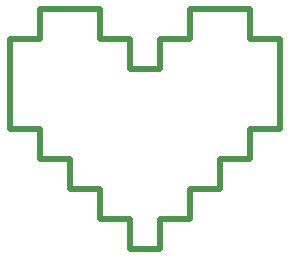
<source format=gbr>
G04 ( created by brdgerber.py ( brdgerber.py v0.1 2014-03-12 ) ) date 2015-07-07 22:24:24 EDT*
G04 Gerber Fmt 3.4, Leading zero omitted, Abs format*
%MOIN*%
%FSLAX34Y34*%
G01*
G70*
G90*
G04 APERTURE LIST*
%ADD17C,0.0026*%
%ADD19R,0.0250X0.0450*%
%ADD12C,0.0052*%
%ADD11R,0.1259X0.1259*%
%ADD21R,0.0236X0.0551*%
%ADD22C,0.0060*%
%ADD25C,0.0472*%
%ADD10R,0.1535X0.1535*%
%ADD13C,0.0050*%
%ADD14R,0.0450X0.0250*%
%ADD20C,0.0200*%
%ADD16R,0.0314X0.0314*%
%ADD24C,0.0100*%
%ADD15C,0.0045*%
%ADD23C,0.0080*%
%ADD18C,0.0040*%
G04 APERTURE END LIST*
G54D17*
D20*
G01X02000Y12000D02*
G01X02000Y11000D01*
D20*
G01X02000Y11000D02*
G01X03000Y11000D01*
D20*
G01X03000Y11000D02*
G01X03000Y10000D01*
D20*
G01X03000Y10000D02*
G01X04000Y10000D01*
D20*
G01X04000Y10000D02*
G01X04000Y09000D01*
D20*
G01X04000Y09000D02*
G01X05000Y09000D01*
D20*
G01X05000Y09000D02*
G01X05000Y08000D01*
D20*
G01X05000Y08000D02*
G01X06000Y08000D01*
D20*
G01X06000Y08000D02*
G01X06000Y07000D01*
D20*
G01X06000Y07000D02*
G01X07000Y07000D01*
D20*
G01X07000Y07000D02*
G01X07000Y08000D01*
D20*
G01X07000Y08000D02*
G01X08000Y08000D01*
D20*
G01X08000Y08000D02*
G01X08000Y09000D01*
D20*
G01X08000Y09000D02*
G01X09000Y09000D01*
D20*
G01X09000Y09000D02*
G01X09000Y10000D01*
D20*
G01X09000Y10000D02*
G01X10000Y10000D01*
D20*
G01X10000Y10000D02*
G01X10000Y11000D01*
D20*
G01X10000Y11000D02*
G01X11000Y11000D01*
D20*
G01X11000Y11000D02*
G01X11000Y12000D01*
D20*
G01X11000Y12000D02*
G01X11000Y13000D01*
D20*
G01X11000Y13000D02*
G01X11000Y14000D01*
D20*
G01X11000Y14000D02*
G01X10000Y14000D01*
D20*
G01X10000Y14000D02*
G01X10000Y15000D01*
D20*
G01X10000Y15000D02*
G01X09000Y15000D01*
D20*
G01X09000Y15000D02*
G01X08000Y15000D01*
D20*
G01X08000Y15000D02*
G01X08000Y14000D01*
D20*
G01X08000Y14000D02*
G01X07000Y14000D01*
D20*
G01X07000Y14000D02*
G01X07000Y13000D01*
D20*
G01X07000Y13000D02*
G01X06000Y13000D01*
D20*
G01X06000Y13000D02*
G01X06000Y14000D01*
D20*
G01X06000Y14000D02*
G01X05000Y14000D01*
D20*
G01X05000Y14000D02*
G01X05000Y15000D01*
D20*
G01X05000Y15000D02*
G01X04000Y15000D01*
D20*
G01X04000Y15000D02*
G01X03000Y15000D01*
D20*
G01X03000Y15000D02*
G01X03000Y14000D01*
D20*
G01X03000Y14000D02*
G01X02000Y14000D01*
D20*
G01X02000Y14000D02*
G01X02000Y13000D01*
D20*
G01X02000Y13000D02*
G01X02000Y12000D01*
M02*

</source>
